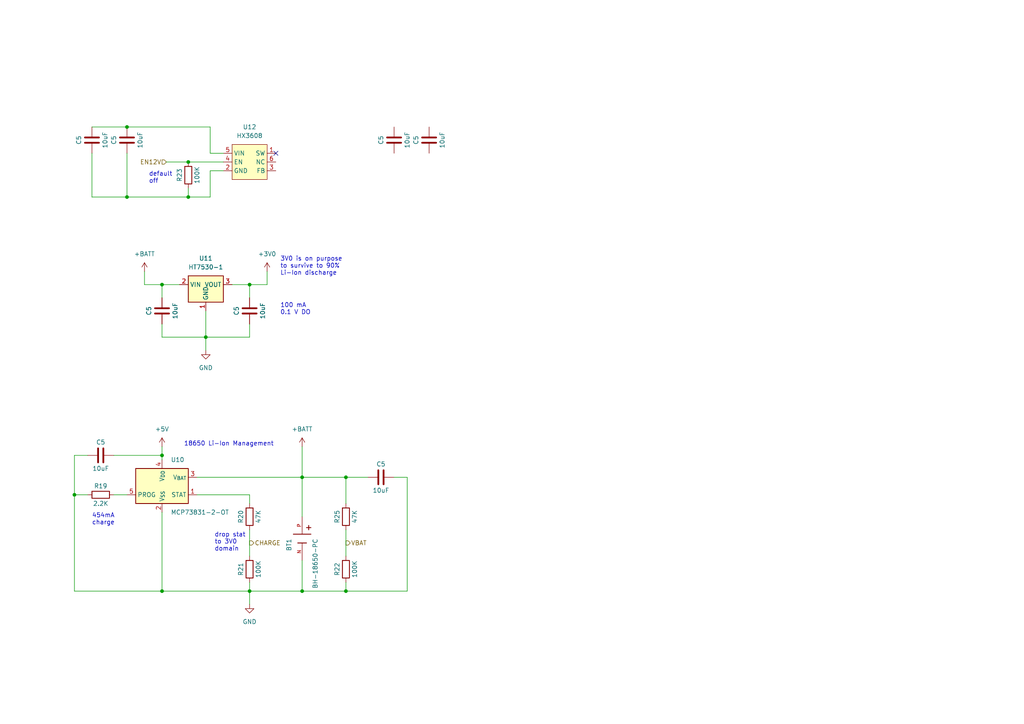
<source format=kicad_sch>
(kicad_sch (version 20230121) (generator eeschema)
  (paper "A4")
  (title_block (title "Power Management") (company "${Author}") (comment 1 "${Attribution}"))
  (lib_symbols
    (symbol "BH-18650-PC:BH-18650-PC" (pin_names (offset 1.016))
      (property "Reference" "BT" (at -3.81 3.81 0))
      (property "Value" "BH-18650-PC" (at -3.81 -5.08 0))
      (symbol "BH-18650-PC_0_0"
        (polyline (pts (xy -5.08 1.905) (xy -3.81 1.905)) (stroke (width 0.254)))
        (polyline (pts (xy -4.445 2.54) (xy -4.445 1.27)) (stroke (width 0.254)))
        (polyline (pts (xy -2.54 2.54) (xy -2.54 -2.54)) (stroke (width 0.254)))
        (polyline (pts (xy 0 1.27) (xy 0 -1.27)) (stroke (width 0.254)))
        (pin passive line (at 5.08 0 180) (length 5.08) (name "~") (number "N"))
        (pin passive line (at -7.62 0 0) (length 5.08) (name "~") (number "P"))
      )
    )
    (symbol "Battery_Management:MCP73831-2-OT"
      (property "Reference" "U" (at -7.62 6.35 0))
      (property "Value" "MCP73831-2-OT" (at 1.27 6.35 0))
      (symbol "MCP73831-2-OT_0_1"
        (rectangle (start -7.62 5.08) (end 7.62 -5.08) (stroke (width 0.254)) (fill (type background)))
      )
      (symbol "MCP73831-2-OT_1_1"
        (pin output line (at 10.16 -2.54 180) (length 2.54) (name "STAT") (number "1"))
        (pin power_in line (at 0 -7.62 90) (length 2.54) (name "V_{SS}") (number "2"))
        (pin power_out line (at 10.16 2.54 180) (length 2.54) (name "V_{BAT}") (number "3"))
        (pin power_in line (at 0 7.62 270) (length 2.54) (name "V_{DD}") (number "4"))
        (pin input line (at -10.16 -2.54 0) (length 2.54) (name "PROG") (number "5"))
      )
    )
    (symbol "Device:C" (pin_numbers hide) (pin_names (offset 0.254))
      (property "Reference" "C" (at 0.635 2.54 0))
      (property "Value" "C" (at 0.635 -2.54 0))
      (symbol "C_0_1"
        (polyline (pts (xy -2.032 -0.762) (xy 2.032 -0.762)) (stroke (width 0.508)))
        (polyline (pts (xy -2.032 0.762) (xy 2.032 0.762)) (stroke (width 0.508)))
      )
      (symbol "C_1_1"
        (pin passive line (at 0 3.81 270) (length 2.794) (name "~") (number "1"))
        (pin passive line (at 0 -3.81 90) (length 2.794) (name "~") (number "2"))
      )
    )
    (symbol "Device:R" (pin_numbers hide) (pin_names (offset 0))
      (property "Reference" "R" (at 2.032 0 90))
      (property "Value" "R" (at 0 0 90))
      (symbol "R_0_1"
        (rectangle (start -1.016 -2.54) (end 1.016 2.54) (stroke (width 0.254)))
      )
      (symbol "R_1_1"
        (pin passive line (at 0 3.81 270) (length 1.27) (name "~") (number "1"))
        (pin passive line (at 0 -3.81 90) (length 1.27) (name "~") (number "2"))
      )
    )
    (symbol "HX3608:HX3608"
      (property "Reference" "U" (at 0 6.35 0))
      (property "Value" "HX3608" (at 0 -6.35 0))
      (symbol "HX3608_1_1"
        (rectangle (start -5.08 5.08) (end 5.08 -5.08) (fill (type background)))
        (pin passive line (at 7.62 2.54 180) (length 2.54) (name "SW") (number "1"))
        (pin passive line (at -7.62 -2.54 0) (length 2.54) (name "GND") (number "2"))
        (pin passive line (at 7.62 -2.54 180) (length 2.54) (name "FB") (number "3"))
        (pin passive line (at -7.62 0 0) (length 2.54) (name "EN") (number "4"))
        (pin passive line (at -7.62 2.54 0) (length 2.54) (name "VIN") (number "5"))
        (pin passive line (at 7.62 0 180) (length 2.54) (name "NC") (number "6"))
      )
    )
    (symbol "Regulator_Linear:HT75xx-1-SOT89"
      (property "Reference" "U" (at -5.08 -3.81 0))
      (property "Value" "HT75xx-1-SOT89" (at 0 6.35 0))
      (symbol "HT75xx-1-SOT89_0_1"
        (rectangle (start -5.08 5.08) (end 5.08 -2.54) (stroke (width 0.254)) (fill (type background)))
      )
      (symbol "HT75xx-1-SOT89_1_1"
        (pin power_in line (at 0 -5.08 90) (length 2.54) (name "GND") (number "1"))
        (pin power_in line (at -7.62 2.54 0) (length 2.54) (name "VIN") (number "2"))
        (pin power_out line (at 7.62 2.54 180) (length 2.54) (name "VOUT") (number "3"))
      )
    )
    (symbol "power:+3V0" (power) (pin_names (offset 0))
      (property "Value" "+3V0" (at 0 3.556 0))
      (symbol "+3V0_0_1"
        (polyline (pts (xy -0.762 1.27) (xy 0 2.54)))
        (polyline (pts (xy 0 0) (xy 0 2.54)))
        (polyline (pts (xy 0 2.54) (xy 0.762 1.27)))
      )
      (symbol "+3V0_1_1"
        (pin power_in line (at 0 0 90) (length 0) hide (name "+3V0") (number "1"))
      )
    )
    (symbol "power:+5V" (power) (pin_names (offset 0))
      (property "Value" "+5V" (at 0 3.556 0))
      (symbol "+5V_0_1"
        (polyline (pts (xy -0.762 1.27) (xy 0 2.54)))
        (polyline (pts (xy 0 0) (xy 0 2.54)))
        (polyline (pts (xy 0 2.54) (xy 0.762 1.27)))
      )
      (symbol "+5V_1_1"
        (pin power_in line (at 0 0 90) (length 0) hide (name "+5V") (number "1"))
      )
    )
    (symbol "power:+BATT" (power) (pin_names (offset 0))
      (property "Value" "+BATT" (at 0 3.556 0))
      (symbol "+BATT_0_1"
        (polyline (pts (xy -0.762 1.27) (xy 0 2.54)))
        (polyline (pts (xy 0 0) (xy 0 2.54)))
        (polyline (pts (xy 0 2.54) (xy 0.762 1.27)))
      )
      (symbol "+BATT_1_1"
        (pin power_in line (at 0 0 90) (length 0) hide (name "+BATT") (number "1"))
      )
    )
    (symbol "power:GND" (power) (pin_names (offset 0))
      (property "Value" "GND" (at 0 -3.81 0))
      (symbol "GND_0_1"
        (polyline (pts (xy 0 0) (xy 0 -1.27) (xy 1.27 -1.27) (xy 0 -2.54) (xy -1.27 -1.27) (xy 0 -1.27)))
      )
      (symbol "GND_1_1"
        (pin power_in line (at 0 0 270) (length 0) hide (name "GND") (number "1"))
      )
    )
  )
  (junction (at 54.61 57.15))
  (junction (at 21.59 143.51))
  (junction (at 36.83 57.15))
  (junction (at 36.83 36.83))
  (junction (at 46.99 132.08))
  (junction (at 72.39 171.45))
  (junction (at 59.69 97.79))
  (junction (at 87.63 138.43))
  (junction (at 46.99 171.45))
  (junction (at 72.39 82.55))
  (junction (at 87.63 171.45))
  (junction (at 54.61 46.99))
  (junction (at 46.99 82.55))
  (junction (at 100.33 138.43))
  (junction (at 100.33 171.45))
  (no_connect (at 80.01 44.45))
  (wire (pts (xy 21.59 171.45) (xy 46.99 171.45)))
  (wire (pts (xy 64.77 49.53) (xy 60.96 49.53)))
  (wire (pts (xy 48.26 46.99) (xy 54.61 46.99)))
  (wire (pts (xy 59.69 97.79) (xy 46.99 97.79)))
  (wire (pts (xy 46.99 148.59) (xy 46.99 171.45)))
  (wire (pts (xy 87.63 171.45) (xy 100.33 171.45)))
  (wire (pts (xy 72.39 93.98) (xy 72.39 97.79)))
  (wire (pts (xy 77.47 82.55) (xy 72.39 82.55)))
  (wire (pts (xy 41.91 78.74) (xy 41.91 82.55)))
  (wire (pts (xy 67.31 82.55) (xy 72.39 82.55)))
  (wire (pts (xy 57.15 143.51) (xy 72.39 143.51)))
  (wire (pts (xy 54.61 57.15) (xy 54.61 54.61)))
  (wire (pts (xy 100.33 138.43) (xy 106.68 138.43)))
  (wire (pts (xy 72.39 82.55) (xy 72.39 86.36)))
  (wire (pts (xy 21.59 143.51) (xy 21.59 171.45)))
  (wire (pts (xy 87.63 138.43) (xy 87.63 149.86)))
  (wire (pts (xy 25.4 143.51) (xy 21.59 143.51)))
  (wire (pts (xy 46.99 171.45) (xy 72.39 171.45)))
  (wire (pts (xy 52.07 82.55) (xy 46.99 82.55)))
  (wire (pts (xy 57.15 138.43) (xy 87.63 138.43)))
  (wire (pts (xy 46.99 129.54) (xy 46.99 132.08)))
  (wire (pts (xy 26.67 36.83) (xy 36.83 36.83)))
  (wire (pts (xy 59.69 97.79) (xy 59.69 101.6)))
  (wire (pts (xy 54.61 57.15) (xy 60.96 57.15)))
  (wire (pts (xy 60.96 44.45) (xy 60.96 36.83)))
  (wire (pts (xy 118.11 171.45) (xy 118.11 138.43)))
  (wire (pts (xy 100.33 168.91) (xy 100.33 171.45)))
  (wire (pts (xy 54.61 46.99) (xy 64.77 46.99)))
  (wire (pts (xy 33.02 143.51) (xy 36.83 143.51)))
  (wire (pts (xy 100.33 138.43) (xy 100.33 146.05)))
  (wire (pts (xy 46.99 97.79) (xy 46.99 93.98)))
  (wire (pts (xy 100.33 171.45) (xy 118.11 171.45)))
  (wire (pts (xy 60.96 36.83) (xy 36.83 36.83)))
  (wire (pts (xy 25.4 132.08) (xy 21.59 132.08)))
  (wire (pts (xy 72.39 143.51) (xy 72.39 146.05)))
  (wire (pts (xy 72.39 171.45) (xy 72.39 175.26)))
  (wire (pts (xy 72.39 168.91) (xy 72.39 171.45)))
  (wire (pts (xy 87.63 129.54) (xy 87.63 138.43)))
  (wire (pts (xy 60.96 49.53) (xy 60.96 57.15)))
  (wire (pts (xy 26.67 44.45) (xy 26.67 57.15)))
  (wire (pts (xy 72.39 153.67) (xy 72.39 161.29)))
  (wire (pts (xy 59.69 90.17) (xy 59.69 97.79)))
  (wire (pts (xy 118.11 138.43) (xy 114.3 138.43)))
  (wire (pts (xy 41.91 82.55) (xy 46.99 82.55)))
  (wire (pts (xy 87.63 138.43) (xy 100.33 138.43)))
  (wire (pts (xy 33.02 132.08) (xy 46.99 132.08)))
  (wire (pts (xy 72.39 97.79) (xy 59.69 97.79)))
  (wire (pts (xy 21.59 132.08) (xy 21.59 143.51)))
  (wire (pts (xy 26.67 57.15) (xy 36.83 57.15)))
  (wire (pts (xy 87.63 162.56) (xy 87.63 171.45)))
  (wire (pts (xy 72.39 171.45) (xy 87.63 171.45)))
  (wire (pts (xy 36.83 57.15) (xy 54.61 57.15)))
  (wire (pts (xy 46.99 82.55) (xy 46.99 86.36)))
  (wire (pts (xy 77.47 78.74) (xy 77.47 82.55)))
  (wire (pts (xy 60.96 44.45) (xy 64.77 44.45)))
  (wire (pts (xy 100.33 153.67) (xy 100.33 161.29)))
  (wire (pts (xy 46.99 132.08) (xy 46.99 133.35)))
  (wire (pts (xy 36.83 44.45) (xy 36.83 57.15)))
  (text "454mA\ncharge" (at 26.67 152.4 0) (effects (font (size 1.27 1.27)) (justify left bottom)))
  (text "18650 Li-Ion Management" (at 53.34 129.54 0) (effects (font (size 1.27 1.27)) (justify left bottom)))
  (text "drop stat\nto 3V0\ndomain" (at 62.23 160.02 0) (effects (font (size 1.27 1.27)) (justify left bottom)))
  (text "3V0 is on purpose\nto survive to 90%\nLi-Ion discharge" (at 81.28 80.01 0) (effects (font (size 1.27 1.27)) (justify left bottom)))
  (text "100 mA\n0.1 V DO" (at 81.28 91.44 0) (effects (font (size 1.27 1.27)) (justify left bottom)))
  (text "default\noff" (at 43.18 53.34 0) (effects (font (size 1.27 1.27)) (justify left bottom)))
  (hierarchical_label "EN12V" (shape input) (at 48.26 46.99 180))
  (hierarchical_label "CHARGE" (shape output) (at 72.39 157.48 0))
  (hierarchical_label "VBAT" (shape output) (at 100.33 157.48 0))
  (symbol (lib_id "Regulator_Linear:HT75xx-1-SOT89") (at 59.69 85.09 0) (unit 1)
    (property "Reference" "U11" (at 59.69 74.93 0))
    (property "Value" "HT7530-1" (at 59.69 77.47 0))
    (property "Footprint" "Package_TO_SOT_SMD:SOT-89-3" (effects hide))
    (property "Datasheet" "https://www.holtek.com/documents/10179/116711/HT75xx-1v250.pdf" (effects hide))
  )
  (symbol (lib_id "Device:C") (at 124.46 40.64 180) (unit 1)
    (property "Reference" "C5" (at 120.65 40.64 90))
    (property "Value" "10uF" (at 128.27 40.64 90))
    (instances (project "shindensei" (path "" (reference "C5") (unit 1)) (path "" (reference "C19") (unit 1))))
  )
  (symbol (lib_id "Device:C") (at 110.49 138.43 90) (unit 1)
    (property "Reference" "C5" (at 110.49 134.62 90))
    (property "Value" "10uF" (at 110.49 142.24 90))
    (instances (project "shindensei" (path "" (reference "C5") (unit 1)) (path "" (reference "C14") (unit 1))))
  )
  (symbol (lib_id "Device:R") (at 29.21 143.51 90) (unit 1)
    (property "Reference" "R19" (at 29.21 140.97 90))
    (property "Value" "2.2K" (at 29.21 146.05 90))
  )
  (symbol (lib_id "power:GND") (at 59.69 101.6 0) (unit 1)
    (property "Reference" "#PWR033" (effects hide))
    (property "Value" "GND" (at 59.69 106.68 0))
  )
  (symbol (lib_id "power:+5V") (at 46.99 129.54 0) (unit 1)
    (property "Reference" "#PWR027" (effects hide))
    (property "Value" "+5V" (at 46.99 124.46 0))
  )
  (symbol (lib_id "Device:C") (at 72.39 90.17 180) (unit 1)
    (property "Reference" "C5" (at 68.58 90.17 90))
    (property "Value" "10uF" (at 76.2 90.17 90))
    (instances (project "shindensei" (path "" (reference "C5") (unit 1)) (path "" (reference "C16") (unit 1))))
  )
  (symbol (lib_id "Device:R") (at 72.39 149.86 180) (unit 1)
    (property "Reference" "R20" (at 69.85 149.86 90))
    (property "Value" "47K" (at 74.93 149.86 90))
  )
  (symbol (lib_id "power:GND") (at 72.39 175.26 0) (unit 1)
    (property "Reference" "#PWR025" (effects hide))
    (property "Value" "GND" (at 72.39 180.34 0))
  )
  (symbol (lib_id "HX3608:HX3608") (at 72.39 46.99 0) (unit 1)
    (property "Reference" "U12" (at 72.39 36.83 0))
    (property "Value" "HX3608" (at 72.39 39.37 0))
    (property "Footprint" "Package_TO_SOT_SMD:SOT-23-6" (effects hide))
  )
  (symbol (lib_id "BH-18650-PC:BH-18650-PC") (at 87.63 157.48 270) (unit 1)
    (property "Reference" "BT1" (at 83.82 156.21 0) (effects (justify left)))
    (property "Value" "BH-18650-PC" (at 91.44 156.21 0) (effects (justify left)))
    (property "Footprint" "BH-18650-PC:BAT_BH-18650-PC" (effects hide))
    (property "MF" "MPD (Memory Protection Devices)" (effects hide))
    (property "MAXIMUM_PACKAGE_HEIGHT" "21.31mm" (effects hide))
    (property "Package" "None" (effects hide))
    (property "Price" "None" (effects hide))
    (property "Check_prices" "https://www.snapeda.com/parts/BH-18650-PC/Memory+Protection+Devices/view-part/?ref=eda" (effects hide))
    (property "STANDARD" "Manufacturer Recommendation" (effects hide))
    (property "PARTREV" "05/17/19" (effects hide))
    (property "SnapEDA_Link" "https://www.snapeda.com/parts/BH-18650-PC/Memory+Protection+Devices/view-part/?ref=snap" (effects hide))
    (property "MP" "BH-18650-PC" (effects hide))
    (property "Purchase-URL" "https://www.snapeda.com/api/url_track_click_mouser/?unipart_id=4835695&manufacturer=MPD (Memory Protection Devices)&part_name=BH-18650-PC&search_term=None" (effects hide))
    (property "Description" "\nBattery Holder (Open) 18650 1 Cell PC Pin\n" (effects hide))
    (property "Availability" "In Stock" (effects hide))
    (property "MANUFACTURER" "MPD" (effects hide))
  )
  (symbol (lib_id "Battery_Management:MCP73831-2-OT") (at 46.99 140.97 0) (unit 1)
    (property "Reference" "U10" (at 49.53 133.35 0) (effects (justify left)))
    (property "Value" "MCP73831-2-OT" (at 49.53 148.59 0) (effects (justify left)))
    (property "Footprint" "Package_TO_SOT_SMD:SOT-23-5" (effects hide))
    (property "Datasheet" "http://ww1.microchip.com/downloads/en/DeviceDoc/20001984g.pdf" (effects hide))
  )
  (symbol (lib_id "Device:R") (at 54.61 50.8 180) (unit 1)
    (property "Reference" "R23" (at 52.07 50.8 90))
    (property "Value" "100K" (at 57.15 50.8 90))
  )
  (symbol (lib_id "power:+BATT") (at 87.63 129.54 0) (unit 1)
    (property "Reference" "#PWR029" (effects hide))
    (property "Value" "+BATT" (at 87.63 124.46 0))
  )
  (symbol (lib_id "Device:R") (at 100.33 165.1 180) (unit 1)
    (property "Reference" "R22" (at 97.79 165.1 90))
    (property "Value" "100K" (at 102.87 165.1 90))
  )
  (symbol (lib_id "Device:C") (at 29.21 132.08 90) (unit 1)
    (property "Reference" "C5" (at 29.21 128.27 90))
    (property "Value" "10uF" (at 29.21 135.89 90))
    (instances (project "shindensei" (path "" (reference "C5") (unit 1)) (path "" (reference "C13") (unit 1))))
  )
  (symbol (lib_id "Device:C") (at 36.83 40.64 180) (unit 1)
    (property "Reference" "C5" (at 33.02 40.64 90))
    (property "Value" "10uF" (at 40.64 40.64 90))
    (instances (project "shindensei" (path "" (reference "C5") (unit 1)) (path "" (reference "C17") (unit 1))))
  )
  (symbol (lib_id "Device:C") (at 114.3 40.64 180) (unit 1)
    (property "Reference" "C5" (at 110.49 40.64 90))
    (property "Value" "10uF" (at 118.11 40.64 90))
    (instances (project "shindensei" (path "" (reference "C5") (unit 1)) (path "" (reference "C18") (unit 1))))
  )
  (symbol (lib_id "power:+3V0") (at 77.47 78.74 0) (unit 1)
    (property "Reference" "#PWR035" (effects hide))
    (property "Value" "+3V0" (at 77.47 73.66 0))
  )
  (symbol (lib_id "Device:R") (at 100.33 149.86 180) (unit 1)
    (property "Reference" "R25" (at 97.79 149.86 90))
    (property "Value" "47K" (at 102.87 149.86 90))
  )
  (symbol (lib_id "power:+BATT") (at 41.91 78.74 0) (unit 1)
    (property "Reference" "#PWR034" (effects hide))
    (property "Value" "+BATT" (at 41.91 73.66 0))
  )
  (symbol (lib_id "Device:C") (at 46.99 90.17 180) (unit 1)
    (property "Reference" "C5" (at 43.18 90.17 90))
    (property "Value" "10uF" (at 50.8 90.17 90))
    (instances (project "shindensei" (path "" (reference "C5") (unit 1)) (path "" (reference "C15") (unit 1))))
  )
  (symbol (lib_id "Device:R") (at 72.39 165.1 180) (unit 1)
    (property "Reference" "R21" (at 69.85 165.1 90))
    (property "Value" "100K" (at 74.93 165.1 90))
  )
  (symbol (lib_id "Device:C") (at 26.67 40.64 180) (unit 1)
    (property "Reference" "C5" (at 22.86 40.64 90))
    (property "Value" "10uF" (at 30.48 40.64 90))
    (instances (project "shindensei" (path "" (reference "C5") (unit 1)) (path "" (reference "C20") (unit 1))))
  )
)
</source>
